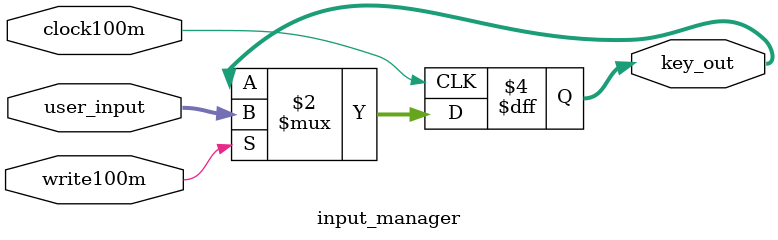
<source format=v>
module input_manager (
  input clock100m,
  input write100m,
  input [7:0] user_input,
  output reg [7:0] key_out
);
  
  always @ (posedge clock100m) begin
     if(write100m) begin
	     key_out <= user_input;
//		  key_out <= #1 0;
	  end
  end
  
endmodule

</source>
